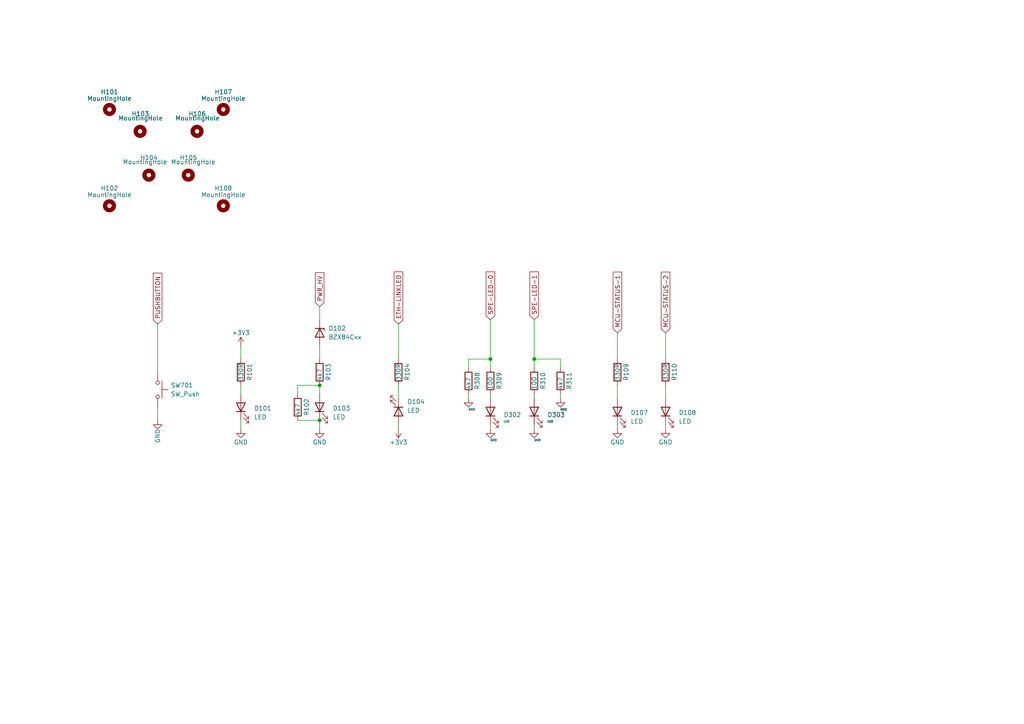
<source format=kicad_sch>
(kicad_sch (version 20230121) (generator eeschema)
  (paper "A4")
  (lib_symbols
    (symbol "Device:LED" (pin_numbers hide) (pin_names (offset 1.016) hide)
      (property "Reference" "D" (at 0 2.54 0))
      (property "Value" "LED" (at 0 -2.54 0))
      (symbol "LED_0_1"
        (polyline (pts (xy -1.27 -1.27) (xy -1.27 1.27)) (stroke (width 0.254)))
        (polyline (pts (xy -1.27 0) (xy 1.27 0)))
        (polyline (pts (xy 1.27 -1.27) (xy 1.27 1.27) (xy -1.27 0) (xy 1.27 -1.27)) (stroke (width 0.254)))
        (polyline (pts (xy -3.048 -0.762) (xy -4.572 -2.286) (xy -3.81 -2.286) (xy -4.572 -2.286) (xy -4.572 -1.524)))
        (polyline (pts (xy -1.778 -0.762) (xy -3.302 -2.286) (xy -2.54 -2.286) (xy -3.302 -2.286) (xy -3.302 -1.524)))
      )
      (symbol "LED_1_1"
        (pin passive line (at -3.81 0 0) (length 2.54) (name "K") (number "1"))
        (pin passive line (at 3.81 0 180) (length 2.54) (name "A") (number "2"))
      )
    )
    (symbol "Device:R" (pin_numbers hide) (pin_names (offset 0))
      (property "Reference" "R" (at 2.032 0 90))
      (property "Value" "R" (at 0 0 90))
      (symbol "R_0_1"
        (rectangle (start -1.016 -2.54) (end 1.016 2.54) (stroke (width 0.254)))
      )
      (symbol "R_1_1"
        (pin passive line (at 0 3.81 270) (length 1.27) (name "~") (number "1"))
        (pin passive line (at 0 -3.81 90) (length 1.27) (name "~") (number "2"))
      )
    )
    (symbol "Diode:BZX84Cxx" (pin_numbers hide) (pin_names hide)
      (property "Reference" "D" (at 0 3.81 0))
      (property "Value" "BZX84Cxx" (at 0 -3.81 0))
      (symbol "BZX84Cxx_0_1"
        (polyline (pts (xy 1.27 0) (xy -1.27 0)))
        (polyline (pts (xy -1.27 -1.27) (xy -1.27 1.27) (xy -0.762 1.27)) (stroke (width 0.254)))
        (polyline (pts (xy 1.27 -1.27) (xy 1.27 1.27) (xy -1.27 0) (xy 1.27 -1.27)) (stroke (width 0.254)))
      )
      (symbol "BZX84Cxx_1_1"
        (pin passive line (at 3.81 0 180) (length 2.54) (name "A") (number "1"))
        (pin no_connect line (at 1.27 0 180) (length 2.54) hide (name "NC") (number "2"))
        (pin passive line (at -3.81 0 0) (length 2.54) (name "K") (number "3"))
      )
    )
    (symbol "GND_1" (power) (pin_names (offset 0))
      (property "Value" "GND_1" (at 0 -3.81 0))
      (symbol "GND_1_0_1"
        (polyline (pts (xy 0 0) (xy 0 -1.27) (xy 1.27 -1.27) (xy 0 -2.54) (xy -1.27 -1.27) (xy 0 -1.27)))
      )
      (symbol "GND_1_1_1"
        (pin power_in line (at 0 0 270) (length 0) hide (name "GND") (number "1"))
      )
    )
    (symbol "Mechanical:MountingHole" (pin_names (offset 1.016))
      (property "Reference" "H" (at 0 5.08 0))
      (property "Value" "MountingHole" (at 0 3.175 0))
      (symbol "MountingHole_0_1"
        (circle (center 0 0) (radius 1.27) (stroke (width 1.27)))
      )
    )
    (symbol "Switch:SW_Push" (pin_numbers hide) (pin_names (offset 1.016) hide)
      (property "Reference" "SW" (at 1.27 2.54 0))
      (property "Value" "SW_Push" (at 0 -1.524 0))
      (symbol "SW_Push_0_1"
        (circle (center -2.032 0) (radius 0.508))
        (polyline (pts (xy 0 1.27) (xy 0 3.048)))
        (polyline (pts (xy 2.54 1.27) (xy -2.54 1.27)))
        (circle (center 2.032 0) (radius 0.508))
        (pin passive line (at -5.08 0 0) (length 2.54) (name "1") (number "1"))
        (pin passive line (at 5.08 0 180) (length 2.54) (name "2") (number "2"))
      )
    )
    (symbol "power:+3V3" (power) (pin_names (offset 0))
      (property "Value" "+3V3" (at 0 3.556 0))
      (symbol "+3V3_0_1"
        (polyline (pts (xy -0.762 1.27) (xy 0 2.54)))
        (polyline (pts (xy 0 0) (xy 0 2.54)))
        (polyline (pts (xy 0 2.54) (xy 0.762 1.27)))
      )
      (symbol "+3V3_1_1"
        (pin power_in line (at 0 0 90) (length 0) hide (name "+3V3") (number "1"))
      )
    )
    (symbol "power:GND" (power) (pin_names (offset 0))
      (property "Value" "GND" (at 0 -3.81 0))
      (symbol "GND_0_1"
        (polyline (pts (xy 0 0) (xy 0 -1.27) (xy 1.27 -1.27) (xy 0 -2.54) (xy -1.27 -1.27) (xy 0 -1.27)))
      )
      (symbol "GND_1_1"
        (pin power_in line (at 0 0 270) (length 0) hide (name "GND") (number "1"))
      )
    )
  )
  (junction (at 92.71 121.92))
  (junction (at 92.71 111.76))
  (junction (at 142.24 104.14))
  (junction (at 154.94 104.14))
  (wire (pts (xy 69.85 100.33) (xy 69.85 104.14)))
  (wire (pts (xy 86.36 121.92) (xy 92.71 121.92)))
  (wire (pts (xy 154.94 123.19) (xy 154.94 124.46)))
  (wire (pts (xy 179.07 96.52) (xy 179.07 104.14)))
  (wire (pts (xy 142.24 92.71) (xy 142.24 104.14)))
  (wire (pts (xy 92.71 100.33) (xy 92.71 104.14)))
  (wire (pts (xy 92.71 88.9) (xy 92.71 92.71)))
  (wire (pts (xy 162.56 104.14) (xy 154.94 104.14)))
  (wire (pts (xy 154.94 114.3) (xy 154.94 115.57)))
  (wire (pts (xy 142.24 114.3) (xy 142.24 115.57)))
  (wire (pts (xy 193.04 96.52) (xy 193.04 104.14)))
  (wire (pts (xy 154.94 104.14) (xy 154.94 106.68)))
  (wire (pts (xy 69.85 121.92) (xy 69.85 124.46)))
  (wire (pts (xy 162.56 114.3) (xy 162.56 115.57)))
  (wire (pts (xy 92.71 121.92) (xy 92.71 124.46)))
  (wire (pts (xy 69.85 114.3) (xy 69.85 111.76)))
  (wire (pts (xy 45.72 93.98) (xy 45.72 107.95)))
  (wire (pts (xy 162.56 106.68) (xy 162.56 104.14)))
  (wire (pts (xy 179.07 115.57) (xy 179.07 111.76)))
  (wire (pts (xy 142.24 104.14) (xy 142.24 106.68)))
  (wire (pts (xy 154.94 92.71) (xy 154.94 104.14)))
  (wire (pts (xy 135.89 104.14) (xy 142.24 104.14)))
  (wire (pts (xy 45.72 118.11) (xy 45.72 121.92)))
  (wire (pts (xy 92.71 114.3) (xy 92.71 111.76)))
  (wire (pts (xy 115.57 115.57) (xy 115.57 111.76)))
  (wire (pts (xy 179.07 123.19) (xy 179.07 124.46)))
  (wire (pts (xy 135.89 106.68) (xy 135.89 104.14)))
  (wire (pts (xy 142.24 123.19) (xy 142.24 124.46)))
  (wire (pts (xy 135.89 114.3) (xy 135.89 115.57)))
  (wire (pts (xy 86.36 111.76) (xy 92.71 111.76)))
  (wire (pts (xy 115.57 123.19) (xy 115.57 124.46)))
  (wire (pts (xy 193.04 123.19) (xy 193.04 124.46)))
  (wire (pts (xy 115.57 93.98) (xy 115.57 104.14)))
  (wire (pts (xy 86.36 114.3) (xy 86.36 111.76)))
  (wire (pts (xy 193.04 115.57) (xy 193.04 111.76)))
  (global_label "MCU-STATUS-2" (shape input) (at 193.04 96.52 90) (property "Intersheetrefs" "${INTERSHEET_REFS}" (at 193.04 78.3553 90) (effects (justify left))))
  (global_label "MCU-STATUS-1" (shape input) (at 179.07 96.52 90) (property "Intersheetrefs" "${INTERSHEET_REFS}" (at 179.07 78.3553 90) (effects (justify left))))
  (global_label "ETH-LINKLED" (shape input) (at 115.57 93.98 90) (property "Intersheetrefs" "${INTERSHEET_REFS}" (at 115.57 78.2948 90) (effects (justify left))))
  (global_label "PUSHBUTTON" (shape input) (at 45.72 93.98 90) (property "Intersheetrefs" "${INTERSHEET_REFS}" (at 45.72 78.6576 90) (effects (justify left))))
  (global_label "PWR_HV" (shape input) (at 92.71 88.9 90) (property "Intersheetrefs" "${INTERSHEET_REFS}" (at 92.71 78.5367 90) (effects (justify left))))
  (global_label "SPE-LED-0" (shape input) (at 142.24 92.71 90) (property "Intersheetrefs" "${INTERSHEET_REFS}" (at 142.24 78.2949 90) (effects (justify left))))
  (global_label "SPE-LED-1" (shape input) (at 154.94 92.71 90) (property "Intersheetrefs" "${INTERSHEET_REFS}" (at 154.94 78.2949 90) (effects (justify left))))
  (symbol (lib_id "Diode:BZX84Cxx") (at 92.71 96.52 270) (unit 1)
    (property "Reference" "D102" (at 95.25 95.25 90) (effects (justify left)))
    (property "Value" "BZX84Cxx" (at 95.25 97.79 90) (effects (justify left)))
    (property "Footprint" "Package_TO_SOT_SMD:SOT-23" (effects hide))
    (property "Datasheet" "https://diotec.com/tl_files/diotec/files/pdf/datasheets/bzx84c2v4.pdf" (effects hide))
    (instances (project "ToffeeCam" (path "" (reference "D102") (unit 1)) (path "" (reference "D802") (unit 1))))
  )
  (symbol (lib_id "Switch:SW_Push") (at 45.72 113.03 270) (unit 1)
    (property "Reference" "SW701" (at 49.53 111.76 90) (effects (justify left)))
    (property "Value" "SW_Push" (at 49.53 114.3 90) (effects (justify left)))
    (property "Footprint" "Button_Switch_THT:SW_Tactile_SPST_Angled_PTS645Vx83-2LFS" (effects hide))
    (instances (project "ToffeeCam" (path "" (reference "SW701") (unit 1)) (path "" (reference "SW801") (unit 1))))
  )
  (symbol (lib_id "Device:LED") (at 92.71 118.11 90) (unit 1)
    (property "Reference" "D103" (at 96.52 118.4275 90) (effects (justify right)))
    (property "Value" "LED" (at 96.52 120.9675 90) (effects (justify right)))
    (property "Footprint" "LED_SMD:LED_0805_2012Metric" (effects hide))
    (instances (project "ToffeeCam" (path "" (reference "D103") (unit 1)) (path "" (reference "D803") (unit 1))))
  )
  (symbol (lib_id "power:GND") (at 162.56 115.57 0) (unit 1)
    (property "Reference" "#PWR0323" (effects hide))
    (property "Value" "GND" (at 164.465 118.745 0) (effects (font (size 0.6 0.6)) (justify right)))
    (instances (project "Ethernet" (path "" (reference "#PWR0323") (unit 1))) (project "gateway-LoRa-T1L" (path "" (reference "#PWR0323") (unit 1))) (project "ToffeeCam" (path "" (reference "#PWR0335") (unit 1)) (path "" (reference "#PWR0108") (unit 1)) (path "" (reference "#PWR0809") (unit 1))))
  )
  (symbol (lib_id "Device:R") (at 193.04 107.95 180) (unit 1)
    (property "Reference" "R110" (at 195.58 110.49 90) (effects (justify right)))
    (property "Value" "330R" (at 193.04 110.49 90) (effects (justify right)))
    (property "Footprint" "Resistor_SMD:R_0603_1608Metric" (effects hide))
    (instances (project "ToffeeCam" (path "" (reference "R110") (unit 1)) (path "" (reference "R810") (unit 1))))
  )
  (symbol (lib_id "Device:R") (at 162.56 110.49 0) (unit 1)
    (property "Reference" "R311" (at 165.1 113.03 90) (effects (justify left)))
    (property "Value" "4k7" (at 162.56 113.03 90) (effects (justify left)))
    (property "Footprint" "Resistor_SMD:R_0603_1608Metric" (effects hide))
    (instances (project "Ethernet" (path "" (reference "R311") (unit 1))) (project "gateway-LoRa-T1L" (path "" (reference "R311") (unit 1))) (project "ToffeeCam" (path "" (reference "R321") (unit 1)) (path "" (reference "R108") (unit 1)) (path "" (reference "R808") (unit 1))))
  )
  (symbol (lib_id "Device:LED") (at 193.04 119.38 90) (unit 1)
    (property "Reference" "D108" (at 196.85 119.6975 90) (effects (justify right)))
    (property "Value" "LED" (at 196.85 122.2375 90) (effects (justify right)))
    (property "Footprint" "LED_SMD:LED_0805_2012Metric" (effects hide))
    (instances (project "ToffeeCam" (path "" (reference "D108") (unit 1)) (path "" (reference "D808") (unit 1))))
  )
  (symbol (lib_id "Device:R") (at 135.89 110.49 0) (unit 1)
    (property "Reference" "R308" (at 138.43 113.03 90) (effects (justify left)))
    (property "Value" "4k7" (at 135.89 113.03 90) (effects (justify left)))
    (property "Footprint" "Resistor_SMD:R_0603_1608Metric" (effects hide))
    (instances (project "Ethernet" (path "" (reference "R308") (unit 1))) (project "gateway-LoRa-T1L" (path "" (reference "R308") (unit 1))) (project "ToffeeCam" (path "" (reference "R324") (unit 1)) (path "" (reference "R105") (unit 1)) (path "" (reference "R805") (unit 1))))
  )
  (symbol (lib_id "Mechanical:MountingHole") (at 43.18 50.8 0) (unit 1)
    (property "Reference" "H104" (at 40.64 45.72 0) (effects (justify left)))
    (property "Value" "MountingHole" (at 35.56 46.99 0) (effects (justify left)))
    (property "Footprint" "Project_Speciific_Mechanical:MountingHole_2.5mm" (effects hide))
    (instances (project "ToffeeCam" (path "" (reference "H104") (unit 1)) (path "" (reference "H804") (unit 1))))
  )
  (symbol (lib_id "Mechanical:MountingHole") (at 57.15 38.1 0) (unit 1)
    (property "Reference" "H106" (at 54.61 33.02 0) (effects (justify left)))
    (property "Value" "MountingHole" (at 50.8 34.29 0) (effects (justify left)))
    (property "Footprint" "Project_Speciific_Mechanical:MountingHole_2.5mm" (effects hide))
    (instances (project "ToffeeCam" (path "" (reference "H106") (unit 1)) (path "" (reference "H806") (unit 1))))
  )
  (symbol (lib_id "Device:LED") (at 179.07 119.38 90) (unit 1)
    (property "Reference" "D107" (at 182.88 119.6975 90) (effects (justify right)))
    (property "Value" "LED" (at 182.88 122.2375 90) (effects (justify right)))
    (property "Footprint" "LED_SMD:LED_0805_2012Metric" (effects hide))
    (instances (project "ToffeeCam" (path "" (reference "D107") (unit 1)) (path "" (reference "D807") (unit 1))))
  )
  (symbol (lib_id "Device:LED") (at 154.94 119.38 90) (unit 1)
    (property "Reference" "D303" (at 158.75 120.3325 90) (effects (justify right)))
    (property "Value" "LED" (at 158.75 122.2375 90) (effects (font (size 0.6 0.6)) (justify right)))
    (property "Footprint" "LED_SMD:LED_0805_2012Metric" (effects hide))
    (instances (project "Ethernet" (path "" (reference "D303") (unit 1))) (project "gateway-LoRa-T1L" (path "" (reference "D303") (unit 1))) (project "ToffeeCam" (path "" (reference "D301") (unit 1)) (path "" (reference "D106") (unit 1)) (path "" (reference "D806") (unit 1))))
  )
  (symbol (lib_id "Device:R") (at 69.85 107.95 180) (unit 1)
    (property "Reference" "R101" (at 72.39 110.49 90) (effects (justify right)))
    (property "Value" "330R" (at 69.85 110.49 90) (effects (justify right)))
    (property "Footprint" "Resistor_SMD:R_0603_1608Metric" (effects hide))
    (instances (project "ToffeeCam" (path "" (reference "R101") (unit 1)) (path "" (reference "R801") (unit 1))))
  )
  (symbol (lib_id "power:+3V3") (at 69.85 100.33 0) (unit 1)
    (property "Reference" "#PWR0101" (effects hide))
    (property "Value" "+3V3" (at 69.85 96.52 0))
    (instances (project "ToffeeCam" (path "" (reference "#PWR0101") (unit 1)) (path "" (reference "#PWR0802") (unit 1))))
  )
  (symbol (lib_id "power:GND") (at 179.07 124.46 0) (unit 1)
    (property "Reference" "#PWR0109" (effects hide))
    (property "Value" "GND" (at 179.07 128.27 0))
    (instances (project "ToffeeCam" (path "" (reference "#PWR0109") (unit 1)) (path "" (reference "#PWR0810") (unit 1))))
  )
  (symbol (lib_id "Device:LED") (at 115.57 119.38 270) (unit 1)
    (property "Reference" "D104" (at 118.11 116.5225 90) (effects (justify left)))
    (property "Value" "LED" (at 118.11 119.0625 90) (effects (justify left)))
    (property "Footprint" "LED_SMD:LED_0805_2012Metric" (effects hide))
    (instances (project "ToffeeCam" (path "" (reference "D104") (unit 1)) (path "" (reference "D804") (unit 1))))
  )
  (symbol (lib_name "GND_1") (lib_id "power:GND") (at 45.72 121.92 0) (unit 1)
    (property "Reference" "#PWR0728" (effects hide))
    (property "Value" "GND" (at 45.72 124.46 90) (effects (justify right)))
    (instances (project "ToffeeCam" (path "" (reference "#PWR0728") (unit 1)) (path "" (reference "#PWR0801") (unit 1))))
  )
  (symbol (lib_id "power:GND") (at 154.94 124.46 0) (unit 1)
    (property "Reference" "#PWR0321" (effects hide))
    (property "Value" "GND" (at 156.845 127.635 0) (effects (font (size 0.6 0.6)) (justify right)))
    (instances (project "Ethernet" (path "" (reference "#PWR0321") (unit 1))) (project "gateway-LoRa-T1L" (path "" (reference "#PWR0321") (unit 1))) (project "ToffeeCam" (path "" (reference "#PWR0337") (unit 1)) (path "" (reference "#PWR0107") (unit 1)) (path "" (reference "#PWR0808") (unit 1))))
  )
  (symbol (lib_id "Device:R") (at 92.71 107.95 180) (unit 1)
    (property "Reference" "R103" (at 95.25 110.49 90) (effects (justify right)))
    (property "Value" "4k7" (at 92.71 110.49 90) (effects (justify right)))
    (property "Footprint" "Resistor_SMD:R_0603_1608Metric" (effects hide))
    (instances (project "ToffeeCam" (path "" (reference "R103") (unit 1)) (path "" (reference "R803") (unit 1))))
  )
  (symbol (lib_id "power:GND") (at 69.85 124.46 0) (unit 1)
    (property "Reference" "#PWR0102" (effects hide))
    (property "Value" "GND" (at 69.85 128.27 0))
    (instances (project "ToffeeCam" (path "" (reference "#PWR0102") (unit 1)) (path "" (reference "#PWR0803") (unit 1))))
  )
  (symbol (lib_id "Device:R") (at 115.57 107.95 180) (unit 1)
    (property "Reference" "R104" (at 118.11 110.49 90) (effects (justify right)))
    (property "Value" "330R" (at 115.57 110.49 90) (effects (justify right)))
    (property "Footprint" "Resistor_SMD:R_0603_1608Metric" (effects hide))
    (instances (project "ToffeeCam" (path "" (reference "R104") (unit 1)) (path "" (reference "R804") (unit 1))))
  )
  (symbol (lib_id "power:+3V3") (at 115.57 124.46 180) (unit 1)
    (property "Reference" "#PWR0104" (effects hide))
    (property "Value" "+3V3" (at 115.57 128.27 0))
    (instances (project "ToffeeCam" (path "" (reference "#PWR0104") (unit 1)) (path "" (reference "#PWR0805") (unit 1))))
  )
  (symbol (lib_id "Mechanical:MountingHole") (at 31.75 31.75 0) (unit 1)
    (property "Reference" "H101" (at 31.75 26.67 0))
    (property "Value" "MountingHole" (at 31.75 28.575 0))
    (property "Footprint" "Project_Speciific_Mechanical:MountingHole-10mm" (effects hide))
    (instances (project "ToffeeCam" (path "" (reference "H101") (unit 1)) (path "" (reference "H801") (unit 1))))
  )
  (symbol (lib_id "Device:R") (at 179.07 107.95 180) (unit 1)
    (property "Reference" "R109" (at 181.61 110.49 90) (effects (justify right)))
    (property "Value" "330R" (at 179.07 110.49 90) (effects (justify right)))
    (property "Footprint" "Resistor_SMD:R_0603_1608Metric" (effects hide))
    (instances (project "ToffeeCam" (path "" (reference "R109") (unit 1)) (path "" (reference "R809") (unit 1))))
  )
  (symbol (lib_id "power:GND") (at 193.04 124.46 0) (unit 1)
    (property "Reference" "#PWR0110" (effects hide))
    (property "Value" "GND" (at 193.04 128.27 0))
    (instances (project "ToffeeCam" (path "" (reference "#PWR0110") (unit 1)) (path "" (reference "#PWR0811") (unit 1))))
  )
  (symbol (lib_id "Device:R") (at 142.24 110.49 0) (unit 1)
    (property "Reference" "R309" (at 144.78 113.03 90) (effects (justify left)))
    (property "Value" "100" (at 142.24 113.03 90) (effects (justify left)))
    (property "Footprint" "Resistor_SMD:R_0603_1608Metric" (effects hide))
    (instances (project "Ethernet" (path "" (reference "R309") (unit 1))) (project "gateway-LoRa-T1L" (path "" (reference "R309") (unit 1))) (project "ToffeeCam" (path "" (reference "R323") (unit 1)) (path "" (reference "R106") (unit 1)) (path "" (reference "R806") (unit 1))))
  )
  (symbol (lib_id "power:GND") (at 135.89 115.57 0) (unit 1)
    (property "Reference" "#PWR0317" (effects hide))
    (property "Value" "GND" (at 137.795 118.745 0) (effects (font (size 0.6 0.6)) (justify right)))
    (instances (project "Ethernet" (path "" (reference "#PWR0317") (unit 1))) (project "gateway-LoRa-T1L" (path "" (reference "#PWR0317") (unit 1))) (project "ToffeeCam" (path "" (reference "#PWR0336") (unit 1)) (path "" (reference "#PWR0105") (unit 1)) (path "" (reference "#PWR0806") (unit 1))))
  )
  (symbol (lib_id "Device:R") (at 154.94 110.49 0) (unit 1)
    (property "Reference" "R310" (at 157.48 113.03 90) (effects (justify left)))
    (property "Value" "100" (at 154.94 113.03 90) (effects (justify left)))
    (property "Footprint" "Resistor_SMD:R_0603_1608Metric" (effects hide))
    (instances (project "Ethernet" (path "" (reference "R310") (unit 1))) (project "gateway-LoRa-T1L" (path "" (reference "R310") (unit 1))) (project "ToffeeCam" (path "" (reference "R322") (unit 1)) (path "" (reference "R107") (unit 1)) (path "" (reference "R807") (unit 1))))
  )
  (symbol (lib_id "Device:R") (at 86.36 118.11 180) (unit 1)
    (property "Reference" "R102" (at 88.9 120.65 90) (effects (justify right)))
    (property "Value" "4k7" (at 86.36 120.65 90) (effects (justify right)))
    (property "Footprint" "Resistor_SMD:R_0603_1608Metric" (effects hide))
    (instances (project "ToffeeCam" (path "" (reference "R102") (unit 1)) (path "" (reference "R802") (unit 1))))
  )
  (symbol (lib_id "power:GND") (at 142.24 124.46 0) (unit 1)
    (property "Reference" "#PWR0319" (effects hide))
    (property "Value" "GND" (at 144.145 127.635 0) (effects (font (size 0.6 0.6)) (justify right)))
    (instances (project "Ethernet" (path "" (reference "#PWR0319") (unit 1))) (project "gateway-LoRa-T1L" (path "" (reference "#PWR0319") (unit 1))) (project "ToffeeCam" (path "" (reference "#PWR0338") (unit 1)) (path "" (reference "#PWR0106") (unit 1)) (path "" (reference "#PWR0807") (unit 1))))
  )
  (symbol (lib_id "power:GND") (at 92.71 124.46 0) (unit 1)
    (property "Reference" "#PWR0103" (effects hide))
    (property "Value" "GND" (at 92.71 128.27 0))
    (instances (project "ToffeeCam" (path "" (reference "#PWR0103") (unit 1)) (path "" (reference "#PWR0804") (unit 1))))
  )
  (symbol (lib_id "Mechanical:MountingHole") (at 31.75 59.69 0) (unit 1)
    (property "Reference" "H102" (at 31.75 54.61 0))
    (property "Value" "MountingHole" (at 31.75 56.515 0))
    (property "Footprint" "Project_Speciific_Mechanical:MountingHole-10mm" (effects hide))
    (instances (project "ToffeeCam" (path "" (reference "H102") (unit 1)) (path "" (reference "H802") (unit 1))))
  )
  (symbol (lib_id "Mechanical:MountingHole") (at 40.64 38.1 0) (unit 1)
    (property "Reference" "H103" (at 38.1 33.02 0) (effects (justify left)))
    (property "Value" "MountingHole" (at 34.29 34.29 0) (effects (justify left)))
    (property "Footprint" "Project_Speciific_Mechanical:MountingHole_2.5mm" (effects hide))
    (instances (project "ToffeeCam" (path "" (reference "H103") (unit 1)) (path "" (reference "H803") (unit 1))))
  )
  (symbol (lib_id "Mechanical:MountingHole") (at 64.77 59.69 0) (unit 1)
    (property "Reference" "H108" (at 64.77 54.61 0))
    (property "Value" "MountingHole" (at 64.77 56.515 0))
    (property "Footprint" "Project_Speciific_Mechanical:MountingHole-10mm" (effects hide))
    (instances (project "ToffeeCam" (path "" (reference "H108") (unit 1)) (path "" (reference "H808") (unit 1))))
  )
  (symbol (lib_id "Mechanical:MountingHole") (at 54.61 50.8 0) (unit 1)
    (property "Reference" "H105" (at 52.07 45.72 0) (effects (justify left)))
    (property "Value" "MountingHole" (at 49.53 46.99 0) (effects (justify left)))
    (property "Footprint" "Project_Speciific_Mechanical:MountingHole_2.5mm" (effects hide))
    (instances (project "ToffeeCam" (path "" (reference "H105") (unit 1)) (path "" (reference "H805") (unit 1))))
  )
  (symbol (lib_id "Device:LED") (at 69.85 118.11 90) (unit 1)
    (property "Reference" "D101" (at 73.66 118.4275 90) (effects (justify right)))
    (property "Value" "LED" (at 73.66 120.9675 90) (effects (justify right)))
    (property "Footprint" "LED_SMD:LED_0805_2012Metric" (effects hide))
    (instances (project "ToffeeCam" (path "" (reference "D101") (unit 1)) (path "" (reference "D801") (unit 1))))
  )
  (symbol (lib_id "Mechanical:MountingHole") (at 64.77 31.75 0) (unit 1)
    (property "Reference" "H107" (at 64.77 26.67 0))
    (property "Value" "MountingHole" (at 64.77 28.575 0))
    (property "Footprint" "Project_Speciific_Mechanical:MountingHole-10mm" (effects hide))
    (instances (project "ToffeeCam" (path "" (reference "H107") (unit 1)) (path "" (reference "H807") (unit 1))))
  )
  (symbol (lib_id "Device:LED") (at 142.24 119.38 90) (unit 1)
    (property "Reference" "D302" (at 146.05 120.3325 90) (effects (justify right)))
    (property "Value" "LED" (at 146.05 122.2375 90) (effects (font (size 0.6 0.6)) (justify right)))
    (property "Footprint" "LED_SMD:LED_0805_2012Metric" (effects hide))
    (instances (project "Ethernet" (path "" (reference "D302") (unit 1))) (project "gateway-LoRa-T1L" (path "" (reference "D302") (unit 1))) (project "ToffeeCam" (path "" (reference "D302") (unit 1)) (path "" (reference "D105") (unit 1)) (path "" (reference "D805") (unit 1))))
  )
)
</source>
